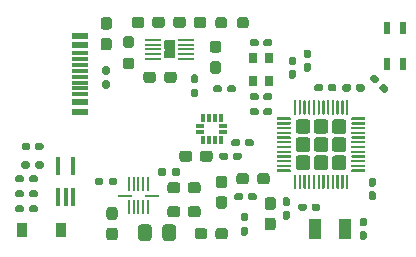
<source format=gbr>
%TF.GenerationSoftware,KiCad,Pcbnew,(5.1.9)-1*%
%TF.CreationDate,2021-05-29T14:53:35+02:00*%
%TF.ProjectId,Speed_sensor,53706565-645f-4736-956e-736f722e6b69,1.0*%
%TF.SameCoordinates,Original*%
%TF.FileFunction,Paste,Top*%
%TF.FilePolarity,Positive*%
%FSLAX46Y46*%
G04 Gerber Fmt 4.6, Leading zero omitted, Abs format (unit mm)*
G04 Created by KiCad (PCBNEW (5.1.9)-1) date 2021-05-29 14:53:35*
%MOMM*%
%LPD*%
G01*
G04 APERTURE LIST*
%ADD10C,0.152400*%
%ADD11R,0.400000X1.500000*%
%ADD12R,1.000000X1.800000*%
%ADD13R,0.900000X1.200000*%
%ADD14R,1.400000X0.230000*%
%ADD15R,0.914400X1.498600*%
%ADD16R,0.750000X0.350000*%
%ADD17R,0.350000X0.750000*%
%ADD18R,0.800000X0.900000*%
%ADD19R,1.460000X0.300000*%
%ADD20R,1.460000X0.600000*%
%ADD21R,0.600000X1.000000*%
%ADD22R,0.203200X1.263600*%
%ADD23R,1.263600X0.203200*%
G04 APERTURE END LIST*
D10*
%TO.C,U1*%
X47293530Y-38924230D02*
X47293530Y-39498600D01*
X47293530Y-39498600D02*
X47434379Y-39498600D01*
X47434379Y-39498600D02*
X47434379Y-39498600D01*
X47434379Y-39498600D02*
X47575800Y-39357179D01*
X47575800Y-39357179D02*
X47575800Y-39357179D01*
X47575800Y-39357179D02*
X47575800Y-38924230D01*
X47575800Y-38924230D02*
X47293530Y-38924230D01*
X47293530Y-39698600D02*
X47293530Y-40272970D01*
X47293530Y-40272970D02*
X47575800Y-40272970D01*
X47575800Y-40272970D02*
X47575800Y-39840021D01*
X47575800Y-39840021D02*
X47575800Y-39840021D01*
X47575800Y-39840021D02*
X47434379Y-39698600D01*
X47434379Y-39698600D02*
X47434379Y-39698600D01*
X47434379Y-39698600D02*
X47293530Y-39698600D01*
X47775800Y-38924230D02*
X47775800Y-39357179D01*
X47775800Y-39357179D02*
X47775800Y-39357179D01*
X47775800Y-39357179D02*
X47917221Y-39498600D01*
X47917221Y-39498600D02*
X47917221Y-39498600D01*
X47917221Y-39498600D02*
X48058070Y-39498600D01*
X48058070Y-39498600D02*
X48058070Y-38924230D01*
X48058070Y-38924230D02*
X47775800Y-38924230D01*
X47917221Y-39698600D02*
X47917221Y-39698600D01*
X47917221Y-39698600D02*
X47775800Y-39840021D01*
X47775800Y-39840021D02*
X47775800Y-39840021D01*
X47775800Y-39840021D02*
X47775800Y-40272970D01*
X47775800Y-40272970D02*
X48058070Y-40272970D01*
X48058070Y-40272970D02*
X48058070Y-39698600D01*
X48058070Y-39698600D02*
X47917221Y-39698600D01*
%TD*%
%TO.C,R2*%
G36*
G01*
X43958500Y-40303000D02*
X44433500Y-40303000D01*
G75*
G02*
X44671000Y-40540500I0J-237500D01*
G01*
X44671000Y-41040500D01*
G75*
G02*
X44433500Y-41278000I-237500J0D01*
G01*
X43958500Y-41278000D01*
G75*
G02*
X43721000Y-41040500I0J237500D01*
G01*
X43721000Y-40540500D01*
G75*
G02*
X43958500Y-40303000I237500J0D01*
G01*
G37*
G36*
G01*
X43958500Y-38478000D02*
X44433500Y-38478000D01*
G75*
G02*
X44671000Y-38715500I0J-237500D01*
G01*
X44671000Y-39215500D01*
G75*
G02*
X44433500Y-39453000I-237500J0D01*
G01*
X43958500Y-39453000D01*
G75*
G02*
X43721000Y-39215500I0J237500D01*
G01*
X43721000Y-38715500D01*
G75*
G02*
X43958500Y-38478000I237500J0D01*
G01*
G37*
%TD*%
%TO.C,C22*%
G36*
G01*
X66175747Y-43051544D02*
X65956544Y-43270747D01*
G75*
G02*
X65737340Y-43270747I-109602J109602D01*
G01*
X65436819Y-42970226D01*
G75*
G02*
X65436819Y-42751022I109602J109602D01*
G01*
X65656022Y-42531819D01*
G75*
G02*
X65875226Y-42531819I109602J-109602D01*
G01*
X66175747Y-42832340D01*
G75*
G02*
X66175747Y-43051544I-109602J-109602D01*
G01*
G37*
G36*
G01*
X65373181Y-42248978D02*
X65153978Y-42468181D01*
G75*
G02*
X64934774Y-42468181I-109602J109602D01*
G01*
X64634253Y-42167660D01*
G75*
G02*
X64634253Y-41948456I109602J109602D01*
G01*
X64853456Y-41729253D01*
G75*
G02*
X65072660Y-41729253I109602J-109602D01*
G01*
X65373181Y-42029774D01*
G75*
G02*
X65373181Y-42248978I-109602J-109602D01*
G01*
G37*
%TD*%
D11*
%TO.C,U6*%
X38212000Y-49470000D03*
X39512000Y-49470000D03*
X39512000Y-52130000D03*
X38862000Y-52130000D03*
X38212000Y-52130000D03*
%TD*%
D12*
%TO.C,Y1*%
X62526000Y-54785000D03*
X60026000Y-54785000D03*
%TD*%
%TO.C,C1*%
G36*
G01*
X46198500Y-37550100D02*
X46198500Y-37075100D01*
G75*
G02*
X46436000Y-36837600I237500J0D01*
G01*
X47036000Y-36837600D01*
G75*
G02*
X47273500Y-37075100I0J-237500D01*
G01*
X47273500Y-37550100D01*
G75*
G02*
X47036000Y-37787600I-237500J0D01*
G01*
X46436000Y-37787600D01*
G75*
G02*
X46198500Y-37550100I0J237500D01*
G01*
G37*
G36*
G01*
X44473500Y-37550100D02*
X44473500Y-37075100D01*
G75*
G02*
X44711000Y-36837600I237500J0D01*
G01*
X45311000Y-36837600D01*
G75*
G02*
X45548500Y-37075100I0J-237500D01*
G01*
X45548500Y-37550100D01*
G75*
G02*
X45311000Y-37787600I-237500J0D01*
G01*
X44711000Y-37787600D01*
G75*
G02*
X44473500Y-37550100I0J237500D01*
G01*
G37*
%TD*%
%TO.C,C2*%
G36*
G01*
X50776500Y-37075100D02*
X50776500Y-37550100D01*
G75*
G02*
X50539000Y-37787600I-237500J0D01*
G01*
X49939000Y-37787600D01*
G75*
G02*
X49701500Y-37550100I0J237500D01*
G01*
X49701500Y-37075100D01*
G75*
G02*
X49939000Y-36837600I237500J0D01*
G01*
X50539000Y-36837600D01*
G75*
G02*
X50776500Y-37075100I0J-237500D01*
G01*
G37*
G36*
G01*
X49051500Y-37075100D02*
X49051500Y-37550100D01*
G75*
G02*
X48814000Y-37787600I-237500J0D01*
G01*
X48214000Y-37787600D01*
G75*
G02*
X47976500Y-37550100I0J237500D01*
G01*
X47976500Y-37075100D01*
G75*
G02*
X48214000Y-36837600I237500J0D01*
G01*
X48814000Y-36837600D01*
G75*
G02*
X49051500Y-37075100I0J-237500D01*
G01*
G37*
%TD*%
%TO.C,C4*%
G36*
G01*
X43036500Y-55756000D02*
X42561500Y-55756000D01*
G75*
G02*
X42324000Y-55518500I0J237500D01*
G01*
X42324000Y-54918500D01*
G75*
G02*
X42561500Y-54681000I237500J0D01*
G01*
X43036500Y-54681000D01*
G75*
G02*
X43274000Y-54918500I0J-237500D01*
G01*
X43274000Y-55518500D01*
G75*
G02*
X43036500Y-55756000I-237500J0D01*
G01*
G37*
G36*
G01*
X43036500Y-54031000D02*
X42561500Y-54031000D01*
G75*
G02*
X42324000Y-53793500I0J237500D01*
G01*
X42324000Y-53193500D01*
G75*
G02*
X42561500Y-52956000I237500J0D01*
G01*
X43036500Y-52956000D01*
G75*
G02*
X43274000Y-53193500I0J-237500D01*
G01*
X43274000Y-53793500D01*
G75*
G02*
X43036500Y-54031000I-237500J0D01*
G01*
G37*
%TD*%
%TO.C,C6*%
G36*
G01*
X49220000Y-51545500D02*
X49220000Y-51070500D01*
G75*
G02*
X49457500Y-50833000I237500J0D01*
G01*
X50057500Y-50833000D01*
G75*
G02*
X50295000Y-51070500I0J-237500D01*
G01*
X50295000Y-51545500D01*
G75*
G02*
X50057500Y-51783000I-237500J0D01*
G01*
X49457500Y-51783000D01*
G75*
G02*
X49220000Y-51545500I0J237500D01*
G01*
G37*
G36*
G01*
X47495000Y-51545500D02*
X47495000Y-51070500D01*
G75*
G02*
X47732500Y-50833000I237500J0D01*
G01*
X48332500Y-50833000D01*
G75*
G02*
X48570000Y-51070500I0J-237500D01*
G01*
X48570000Y-51545500D01*
G75*
G02*
X48332500Y-51783000I-237500J0D01*
G01*
X47732500Y-51783000D01*
G75*
G02*
X47495000Y-51545500I0J237500D01*
G01*
G37*
%TD*%
%TO.C,C7*%
G36*
G01*
X49220000Y-53577500D02*
X49220000Y-53102500D01*
G75*
G02*
X49457500Y-52865000I237500J0D01*
G01*
X50057500Y-52865000D01*
G75*
G02*
X50295000Y-53102500I0J-237500D01*
G01*
X50295000Y-53577500D01*
G75*
G02*
X50057500Y-53815000I-237500J0D01*
G01*
X49457500Y-53815000D01*
G75*
G02*
X49220000Y-53577500I0J237500D01*
G01*
G37*
G36*
G01*
X47495000Y-53577500D02*
X47495000Y-53102500D01*
G75*
G02*
X47732500Y-52865000I237500J0D01*
G01*
X48332500Y-52865000D01*
G75*
G02*
X48570000Y-53102500I0J-237500D01*
G01*
X48570000Y-53577500D01*
G75*
G02*
X48332500Y-53815000I-237500J0D01*
G01*
X47732500Y-53815000D01*
G75*
G02*
X47495000Y-53577500I0J237500D01*
G01*
G37*
%TD*%
%TO.C,C8*%
G36*
G01*
X55958500Y-52115000D02*
X56433500Y-52115000D01*
G75*
G02*
X56671000Y-52352500I0J-237500D01*
G01*
X56671000Y-52952500D01*
G75*
G02*
X56433500Y-53190000I-237500J0D01*
G01*
X55958500Y-53190000D01*
G75*
G02*
X55721000Y-52952500I0J237500D01*
G01*
X55721000Y-52352500D01*
G75*
G02*
X55958500Y-52115000I237500J0D01*
G01*
G37*
G36*
G01*
X55958500Y-53840000D02*
X56433500Y-53840000D01*
G75*
G02*
X56671000Y-54077500I0J-237500D01*
G01*
X56671000Y-54677500D01*
G75*
G02*
X56433500Y-54915000I-237500J0D01*
G01*
X55958500Y-54915000D01*
G75*
G02*
X55721000Y-54677500I0J237500D01*
G01*
X55721000Y-54077500D01*
G75*
G02*
X55958500Y-53840000I237500J0D01*
G01*
G37*
%TD*%
%TO.C,C9*%
G36*
G01*
X64677000Y-51615500D02*
X64987000Y-51615500D01*
G75*
G02*
X65142000Y-51770500I0J-155000D01*
G01*
X65142000Y-52195500D01*
G75*
G02*
X64987000Y-52350500I-155000J0D01*
G01*
X64677000Y-52350500D01*
G75*
G02*
X64522000Y-52195500I0J155000D01*
G01*
X64522000Y-51770500D01*
G75*
G02*
X64677000Y-51615500I155000J0D01*
G01*
G37*
G36*
G01*
X64677000Y-50480500D02*
X64987000Y-50480500D01*
G75*
G02*
X65142000Y-50635500I0J-155000D01*
G01*
X65142000Y-51060500D01*
G75*
G02*
X64987000Y-51215500I-155000J0D01*
G01*
X64677000Y-51215500D01*
G75*
G02*
X64522000Y-51060500I0J155000D01*
G01*
X64522000Y-50635500D01*
G75*
G02*
X64677000Y-50480500I155000J0D01*
G01*
G37*
%TD*%
%TO.C,C10*%
G36*
G01*
X55204000Y-44716000D02*
X55204000Y-45026000D01*
G75*
G02*
X55049000Y-45181000I-155000J0D01*
G01*
X54624000Y-45181000D01*
G75*
G02*
X54469000Y-45026000I0J155000D01*
G01*
X54469000Y-44716000D01*
G75*
G02*
X54624000Y-44561000I155000J0D01*
G01*
X55049000Y-44561000D01*
G75*
G02*
X55204000Y-44716000I0J-155000D01*
G01*
G37*
G36*
G01*
X56339000Y-44716000D02*
X56339000Y-45026000D01*
G75*
G02*
X56184000Y-45181000I-155000J0D01*
G01*
X55759000Y-45181000D01*
G75*
G02*
X55604000Y-45026000I0J155000D01*
G01*
X55604000Y-44716000D01*
G75*
G02*
X55759000Y-44561000I155000J0D01*
G01*
X56184000Y-44561000D01*
G75*
G02*
X56339000Y-44716000I0J-155000D01*
G01*
G37*
%TD*%
%TO.C,C11*%
G36*
G01*
X58215000Y-40948000D02*
X57905000Y-40948000D01*
G75*
G02*
X57750000Y-40793000I0J155000D01*
G01*
X57750000Y-40368000D01*
G75*
G02*
X57905000Y-40213000I155000J0D01*
G01*
X58215000Y-40213000D01*
G75*
G02*
X58370000Y-40368000I0J-155000D01*
G01*
X58370000Y-40793000D01*
G75*
G02*
X58215000Y-40948000I-155000J0D01*
G01*
G37*
G36*
G01*
X58215000Y-42083000D02*
X57905000Y-42083000D01*
G75*
G02*
X57750000Y-41928000I0J155000D01*
G01*
X57750000Y-41503000D01*
G75*
G02*
X57905000Y-41348000I155000J0D01*
G01*
X58215000Y-41348000D01*
G75*
G02*
X58370000Y-41503000I0J-155000D01*
G01*
X58370000Y-41928000D01*
G75*
G02*
X58215000Y-42083000I-155000J0D01*
G01*
G37*
%TD*%
%TO.C,C12*%
G36*
G01*
X59485000Y-41480000D02*
X59175000Y-41480000D01*
G75*
G02*
X59020000Y-41325000I0J155000D01*
G01*
X59020000Y-40900000D01*
G75*
G02*
X59175000Y-40745000I155000J0D01*
G01*
X59485000Y-40745000D01*
G75*
G02*
X59640000Y-40900000I0J-155000D01*
G01*
X59640000Y-41325000D01*
G75*
G02*
X59485000Y-41480000I-155000J0D01*
G01*
G37*
G36*
G01*
X59485000Y-40345000D02*
X59175000Y-40345000D01*
G75*
G02*
X59020000Y-40190000I0J155000D01*
G01*
X59020000Y-39765000D01*
G75*
G02*
X59175000Y-39610000I155000J0D01*
G01*
X59485000Y-39610000D01*
G75*
G02*
X59640000Y-39765000I0J-155000D01*
G01*
X59640000Y-40190000D01*
G75*
G02*
X59485000Y-40345000I-155000J0D01*
G01*
G37*
%TD*%
%TO.C,C13*%
G36*
G01*
X57395000Y-52131000D02*
X57705000Y-52131000D01*
G75*
G02*
X57860000Y-52286000I0J-155000D01*
G01*
X57860000Y-52711000D01*
G75*
G02*
X57705000Y-52866000I-155000J0D01*
G01*
X57395000Y-52866000D01*
G75*
G02*
X57240000Y-52711000I0J155000D01*
G01*
X57240000Y-52286000D01*
G75*
G02*
X57395000Y-52131000I155000J0D01*
G01*
G37*
G36*
G01*
X57395000Y-53266000D02*
X57705000Y-53266000D01*
G75*
G02*
X57860000Y-53421000I0J-155000D01*
G01*
X57860000Y-53846000D01*
G75*
G02*
X57705000Y-54001000I-155000J0D01*
G01*
X57395000Y-54001000D01*
G75*
G02*
X57240000Y-53846000I0J155000D01*
G01*
X57240000Y-53421000D01*
G75*
G02*
X57395000Y-53266000I155000J0D01*
G01*
G37*
%TD*%
%TO.C,C14*%
G36*
G01*
X51832500Y-52014000D02*
X52307500Y-52014000D01*
G75*
G02*
X52545000Y-52251500I0J-237500D01*
G01*
X52545000Y-52851500D01*
G75*
G02*
X52307500Y-53089000I-237500J0D01*
G01*
X51832500Y-53089000D01*
G75*
G02*
X51595000Y-52851500I0J237500D01*
G01*
X51595000Y-52251500D01*
G75*
G02*
X51832500Y-52014000I237500J0D01*
G01*
G37*
G36*
G01*
X51832500Y-50289000D02*
X52307500Y-50289000D01*
G75*
G02*
X52545000Y-50526500I0J-237500D01*
G01*
X52545000Y-51126500D01*
G75*
G02*
X52307500Y-51364000I-237500J0D01*
G01*
X51832500Y-51364000D01*
G75*
G02*
X51595000Y-51126500I0J237500D01*
G01*
X51595000Y-50526500D01*
G75*
G02*
X51832500Y-50289000I237500J0D01*
G01*
G37*
%TD*%
%TO.C,C15*%
G36*
G01*
X60433000Y-52804000D02*
X60433000Y-53114000D01*
G75*
G02*
X60278000Y-53269000I-155000J0D01*
G01*
X59853000Y-53269000D01*
G75*
G02*
X59698000Y-53114000I0J155000D01*
G01*
X59698000Y-52804000D01*
G75*
G02*
X59853000Y-52649000I155000J0D01*
G01*
X60278000Y-52649000D01*
G75*
G02*
X60433000Y-52804000I0J-155000D01*
G01*
G37*
G36*
G01*
X59298000Y-52804000D02*
X59298000Y-53114000D01*
G75*
G02*
X59143000Y-53269000I-155000J0D01*
G01*
X58718000Y-53269000D01*
G75*
G02*
X58563000Y-53114000I0J155000D01*
G01*
X58563000Y-52804000D01*
G75*
G02*
X58718000Y-52649000I155000J0D01*
G01*
X59143000Y-52649000D01*
G75*
G02*
X59298000Y-52804000I0J-155000D01*
G01*
G37*
%TD*%
%TO.C,C16*%
G36*
G01*
X63915000Y-53850000D02*
X64225000Y-53850000D01*
G75*
G02*
X64380000Y-54005000I0J-155000D01*
G01*
X64380000Y-54430000D01*
G75*
G02*
X64225000Y-54585000I-155000J0D01*
G01*
X63915000Y-54585000D01*
G75*
G02*
X63760000Y-54430000I0J155000D01*
G01*
X63760000Y-54005000D01*
G75*
G02*
X63915000Y-53850000I155000J0D01*
G01*
G37*
G36*
G01*
X63915000Y-54985000D02*
X64225000Y-54985000D01*
G75*
G02*
X64380000Y-55140000I0J-155000D01*
G01*
X64380000Y-55565000D01*
G75*
G02*
X64225000Y-55720000I-155000J0D01*
G01*
X63915000Y-55720000D01*
G75*
G02*
X63760000Y-55565000I0J155000D01*
G01*
X63760000Y-55140000D01*
G75*
G02*
X63915000Y-54985000I155000J0D01*
G01*
G37*
%TD*%
%TO.C,C17*%
G36*
G01*
X61064000Y-43003000D02*
X61064000Y-42693000D01*
G75*
G02*
X61219000Y-42538000I155000J0D01*
G01*
X61644000Y-42538000D01*
G75*
G02*
X61799000Y-42693000I0J-155000D01*
G01*
X61799000Y-43003000D01*
G75*
G02*
X61644000Y-43158000I-155000J0D01*
G01*
X61219000Y-43158000D01*
G75*
G02*
X61064000Y-43003000I0J155000D01*
G01*
G37*
G36*
G01*
X59929000Y-43003000D02*
X59929000Y-42693000D01*
G75*
G02*
X60084000Y-42538000I155000J0D01*
G01*
X60509000Y-42538000D01*
G75*
G02*
X60664000Y-42693000I0J-155000D01*
G01*
X60664000Y-43003000D01*
G75*
G02*
X60509000Y-43158000I-155000J0D01*
G01*
X60084000Y-43158000D01*
G75*
G02*
X59929000Y-43003000I0J155000D01*
G01*
G37*
%TD*%
%TO.C,C18*%
G36*
G01*
X54469000Y-39184000D02*
X54469000Y-38874000D01*
G75*
G02*
X54624000Y-38719000I155000J0D01*
G01*
X55049000Y-38719000D01*
G75*
G02*
X55204000Y-38874000I0J-155000D01*
G01*
X55204000Y-39184000D01*
G75*
G02*
X55049000Y-39339000I-155000J0D01*
G01*
X54624000Y-39339000D01*
G75*
G02*
X54469000Y-39184000I0J155000D01*
G01*
G37*
G36*
G01*
X55604000Y-39184000D02*
X55604000Y-38874000D01*
G75*
G02*
X55759000Y-38719000I155000J0D01*
G01*
X56184000Y-38719000D01*
G75*
G02*
X56339000Y-38874000I0J-155000D01*
G01*
X56339000Y-39184000D01*
G75*
G02*
X56184000Y-39339000I-155000J0D01*
G01*
X55759000Y-39339000D01*
G75*
G02*
X55604000Y-39184000I0J155000D01*
G01*
G37*
%TD*%
%TO.C,C19*%
G36*
G01*
X55204000Y-43446000D02*
X55204000Y-43756000D01*
G75*
G02*
X55049000Y-43911000I-155000J0D01*
G01*
X54624000Y-43911000D01*
G75*
G02*
X54469000Y-43756000I0J155000D01*
G01*
X54469000Y-43446000D01*
G75*
G02*
X54624000Y-43291000I155000J0D01*
G01*
X55049000Y-43291000D01*
G75*
G02*
X55204000Y-43446000I0J-155000D01*
G01*
G37*
G36*
G01*
X56339000Y-43446000D02*
X56339000Y-43756000D01*
G75*
G02*
X56184000Y-43911000I-155000J0D01*
G01*
X55759000Y-43911000D01*
G75*
G02*
X55604000Y-43756000I0J155000D01*
G01*
X55604000Y-43446000D01*
G75*
G02*
X55759000Y-43291000I155000J0D01*
G01*
X56184000Y-43291000D01*
G75*
G02*
X56339000Y-43446000I0J-155000D01*
G01*
G37*
%TD*%
%TO.C,C20*%
G36*
G01*
X51897000Y-48796000D02*
X51897000Y-48486000D01*
G75*
G02*
X52052000Y-48331000I155000J0D01*
G01*
X52477000Y-48331000D01*
G75*
G02*
X52632000Y-48486000I0J-155000D01*
G01*
X52632000Y-48796000D01*
G75*
G02*
X52477000Y-48951000I-155000J0D01*
G01*
X52052000Y-48951000D01*
G75*
G02*
X51897000Y-48796000I0J155000D01*
G01*
G37*
G36*
G01*
X53032000Y-48796000D02*
X53032000Y-48486000D01*
G75*
G02*
X53187000Y-48331000I155000J0D01*
G01*
X53612000Y-48331000D01*
G75*
G02*
X53767000Y-48486000I0J-155000D01*
G01*
X53767000Y-48796000D01*
G75*
G02*
X53612000Y-48951000I-155000J0D01*
G01*
X53187000Y-48951000D01*
G75*
G02*
X53032000Y-48796000I0J155000D01*
G01*
G37*
%TD*%
%TO.C,C21*%
G36*
G01*
X51311000Y-48403500D02*
X51311000Y-48878500D01*
G75*
G02*
X51073500Y-49116000I-237500J0D01*
G01*
X50473500Y-49116000D01*
G75*
G02*
X50236000Y-48878500I0J237500D01*
G01*
X50236000Y-48403500D01*
G75*
G02*
X50473500Y-48166000I237500J0D01*
G01*
X51073500Y-48166000D01*
G75*
G02*
X51311000Y-48403500I0J-237500D01*
G01*
G37*
G36*
G01*
X49586000Y-48403500D02*
X49586000Y-48878500D01*
G75*
G02*
X49348500Y-49116000I-237500J0D01*
G01*
X48748500Y-49116000D01*
G75*
G02*
X48511000Y-48878500I0J237500D01*
G01*
X48511000Y-48403500D01*
G75*
G02*
X48748500Y-48166000I237500J0D01*
G01*
X49348500Y-48166000D01*
G75*
G02*
X49586000Y-48403500I0J-237500D01*
G01*
G37*
%TD*%
%TO.C,D1*%
G36*
G01*
X42545500Y-39674000D02*
X42070500Y-39674000D01*
G75*
G02*
X41833000Y-39436500I0J237500D01*
G01*
X41833000Y-38861500D01*
G75*
G02*
X42070500Y-38624000I237500J0D01*
G01*
X42545500Y-38624000D01*
G75*
G02*
X42783000Y-38861500I0J-237500D01*
G01*
X42783000Y-39436500D01*
G75*
G02*
X42545500Y-39674000I-237500J0D01*
G01*
G37*
G36*
G01*
X42545500Y-37924000D02*
X42070500Y-37924000D01*
G75*
G02*
X41833000Y-37686500I0J237500D01*
G01*
X41833000Y-37111500D01*
G75*
G02*
X42070500Y-36874000I237500J0D01*
G01*
X42545500Y-36874000D01*
G75*
G02*
X42783000Y-37111500I0J-237500D01*
G01*
X42783000Y-37686500D01*
G75*
G02*
X42545500Y-37924000I-237500J0D01*
G01*
G37*
%TD*%
%TO.C,D2*%
G36*
G01*
X45463000Y-42198300D02*
X45463000Y-41723300D01*
G75*
G02*
X45700500Y-41485800I237500J0D01*
G01*
X46275500Y-41485800D01*
G75*
G02*
X46513000Y-41723300I0J-237500D01*
G01*
X46513000Y-42198300D01*
G75*
G02*
X46275500Y-42435800I-237500J0D01*
G01*
X45700500Y-42435800D01*
G75*
G02*
X45463000Y-42198300I0J237500D01*
G01*
G37*
G36*
G01*
X47213000Y-42198300D02*
X47213000Y-41723300D01*
G75*
G02*
X47450500Y-41485800I237500J0D01*
G01*
X48025500Y-41485800D01*
G75*
G02*
X48263000Y-41723300I0J-237500D01*
G01*
X48263000Y-42198300D01*
G75*
G02*
X48025500Y-42435800I-237500J0D01*
G01*
X47450500Y-42435800D01*
G75*
G02*
X47213000Y-42198300I0J237500D01*
G01*
G37*
%TD*%
%TO.C,D3*%
G36*
G01*
X51324500Y-40597600D02*
X51799500Y-40597600D01*
G75*
G02*
X52037000Y-40835100I0J-237500D01*
G01*
X52037000Y-41410100D01*
G75*
G02*
X51799500Y-41647600I-237500J0D01*
G01*
X51324500Y-41647600D01*
G75*
G02*
X51087000Y-41410100I0J237500D01*
G01*
X51087000Y-40835100D01*
G75*
G02*
X51324500Y-40597600I237500J0D01*
G01*
G37*
G36*
G01*
X51324500Y-38847600D02*
X51799500Y-38847600D01*
G75*
G02*
X52037000Y-39085100I0J-237500D01*
G01*
X52037000Y-39660100D01*
G75*
G02*
X51799500Y-39897600I-237500J0D01*
G01*
X51324500Y-39897600D01*
G75*
G02*
X51087000Y-39660100I0J237500D01*
G01*
X51087000Y-39085100D01*
G75*
G02*
X51324500Y-38847600I237500J0D01*
G01*
G37*
%TD*%
D13*
%TO.C,D4*%
X38480000Y-54864000D03*
X35180000Y-54864000D03*
%TD*%
%TO.C,D5*%
G36*
G01*
X50850000Y-54962500D02*
X50850000Y-55437500D01*
G75*
G02*
X50612500Y-55675000I-237500J0D01*
G01*
X50037500Y-55675000D01*
G75*
G02*
X49800000Y-55437500I0J237500D01*
G01*
X49800000Y-54962500D01*
G75*
G02*
X50037500Y-54725000I237500J0D01*
G01*
X50612500Y-54725000D01*
G75*
G02*
X50850000Y-54962500I0J-237500D01*
G01*
G37*
G36*
G01*
X52600000Y-54962500D02*
X52600000Y-55437500D01*
G75*
G02*
X52362500Y-55675000I-237500J0D01*
G01*
X51787500Y-55675000D01*
G75*
G02*
X51550000Y-55437500I0J237500D01*
G01*
X51550000Y-54962500D01*
G75*
G02*
X51787500Y-54725000I237500J0D01*
G01*
X52362500Y-54725000D01*
G75*
G02*
X52600000Y-54962500I0J-237500D01*
G01*
G37*
%TD*%
%TO.C,L2*%
G36*
G01*
X55057000Y-51910000D02*
X55057000Y-52230000D01*
G75*
G02*
X54897000Y-52390000I-160000J0D01*
G01*
X54452000Y-52390000D01*
G75*
G02*
X54292000Y-52230000I0J160000D01*
G01*
X54292000Y-51910000D01*
G75*
G02*
X54452000Y-51750000I160000J0D01*
G01*
X54897000Y-51750000D01*
G75*
G02*
X55057000Y-51910000I0J-160000D01*
G01*
G37*
G36*
G01*
X53912000Y-51910000D02*
X53912000Y-52230000D01*
G75*
G02*
X53752000Y-52390000I-160000J0D01*
G01*
X53307000Y-52390000D01*
G75*
G02*
X53147000Y-52230000I0J160000D01*
G01*
X53147000Y-51910000D01*
G75*
G02*
X53307000Y-51750000I160000J0D01*
G01*
X53752000Y-51750000D01*
G75*
G02*
X53912000Y-51910000I0J-160000D01*
G01*
G37*
%TD*%
%TO.C,L3*%
G36*
G01*
X56137000Y-50308500D02*
X56137000Y-50783500D01*
G75*
G02*
X55899500Y-51021000I-237500J0D01*
G01*
X55324500Y-51021000D01*
G75*
G02*
X55087000Y-50783500I0J237500D01*
G01*
X55087000Y-50308500D01*
G75*
G02*
X55324500Y-50071000I237500J0D01*
G01*
X55899500Y-50071000D01*
G75*
G02*
X56137000Y-50308500I0J-237500D01*
G01*
G37*
G36*
G01*
X54387000Y-50308500D02*
X54387000Y-50783500D01*
G75*
G02*
X54149500Y-51021000I-237500J0D01*
G01*
X53574500Y-51021000D01*
G75*
G02*
X53337000Y-50783500I0J237500D01*
G01*
X53337000Y-50308500D01*
G75*
G02*
X53574500Y-50071000I237500J0D01*
G01*
X54149500Y-50071000D01*
G75*
G02*
X54387000Y-50308500I0J-237500D01*
G01*
G37*
%TD*%
%TO.C,L4*%
G36*
G01*
X63056000Y-42688000D02*
X63056000Y-43008000D01*
G75*
G02*
X62896000Y-43168000I-160000J0D01*
G01*
X62451000Y-43168000D01*
G75*
G02*
X62291000Y-43008000I0J160000D01*
G01*
X62291000Y-42688000D01*
G75*
G02*
X62451000Y-42528000I160000J0D01*
G01*
X62896000Y-42528000D01*
G75*
G02*
X63056000Y-42688000I0J-160000D01*
G01*
G37*
G36*
G01*
X64201000Y-42688000D02*
X64201000Y-43008000D01*
G75*
G02*
X64041000Y-43168000I-160000J0D01*
G01*
X63596000Y-43168000D01*
G75*
G02*
X63436000Y-43008000I0J160000D01*
G01*
X63436000Y-42688000D01*
G75*
G02*
X63596000Y-42528000I160000J0D01*
G01*
X64041000Y-42528000D01*
G75*
G02*
X64201000Y-42688000I0J-160000D01*
G01*
G37*
%TD*%
%TO.C,R3*%
G36*
G01*
X54357100Y-37100500D02*
X54357100Y-37575500D01*
G75*
G02*
X54119600Y-37813000I-237500J0D01*
G01*
X53619600Y-37813000D01*
G75*
G02*
X53382100Y-37575500I0J237500D01*
G01*
X53382100Y-37100500D01*
G75*
G02*
X53619600Y-36863000I237500J0D01*
G01*
X54119600Y-36863000D01*
G75*
G02*
X54357100Y-37100500I0J-237500D01*
G01*
G37*
G36*
G01*
X52532100Y-37100500D02*
X52532100Y-37575500D01*
G75*
G02*
X52294600Y-37813000I-237500J0D01*
G01*
X51794600Y-37813000D01*
G75*
G02*
X51557100Y-37575500I0J237500D01*
G01*
X51557100Y-37100500D01*
G75*
G02*
X51794600Y-36863000I237500J0D01*
G01*
X52294600Y-36863000D01*
G75*
G02*
X52532100Y-37100500I0J-237500D01*
G01*
G37*
%TD*%
%TO.C,R6*%
G36*
G01*
X34605000Y-53246000D02*
X34605000Y-52926000D01*
G75*
G02*
X34765000Y-52766000I160000J0D01*
G01*
X35160000Y-52766000D01*
G75*
G02*
X35320000Y-52926000I0J-160000D01*
G01*
X35320000Y-53246000D01*
G75*
G02*
X35160000Y-53406000I-160000J0D01*
G01*
X34765000Y-53406000D01*
G75*
G02*
X34605000Y-53246000I0J160000D01*
G01*
G37*
G36*
G01*
X35800000Y-53246000D02*
X35800000Y-52926000D01*
G75*
G02*
X35960000Y-52766000I160000J0D01*
G01*
X36355000Y-52766000D01*
G75*
G02*
X36515000Y-52926000I0J-160000D01*
G01*
X36515000Y-53246000D01*
G75*
G02*
X36355000Y-53406000I-160000J0D01*
G01*
X35960000Y-53406000D01*
G75*
G02*
X35800000Y-53246000I0J160000D01*
G01*
G37*
%TD*%
%TO.C,R7*%
G36*
G01*
X35800000Y-51976000D02*
X35800000Y-51656000D01*
G75*
G02*
X35960000Y-51496000I160000J0D01*
G01*
X36355000Y-51496000D01*
G75*
G02*
X36515000Y-51656000I0J-160000D01*
G01*
X36515000Y-51976000D01*
G75*
G02*
X36355000Y-52136000I-160000J0D01*
G01*
X35960000Y-52136000D01*
G75*
G02*
X35800000Y-51976000I0J160000D01*
G01*
G37*
G36*
G01*
X34605000Y-51976000D02*
X34605000Y-51656000D01*
G75*
G02*
X34765000Y-51496000I160000J0D01*
G01*
X35160000Y-51496000D01*
G75*
G02*
X35320000Y-51656000I0J-160000D01*
G01*
X35320000Y-51976000D01*
G75*
G02*
X35160000Y-52136000I-160000J0D01*
G01*
X34765000Y-52136000D01*
G75*
G02*
X34605000Y-51976000I0J160000D01*
G01*
G37*
%TD*%
%TO.C,R8*%
G36*
G01*
X36515000Y-50386000D02*
X36515000Y-50706000D01*
G75*
G02*
X36355000Y-50866000I-160000J0D01*
G01*
X35960000Y-50866000D01*
G75*
G02*
X35800000Y-50706000I0J160000D01*
G01*
X35800000Y-50386000D01*
G75*
G02*
X35960000Y-50226000I160000J0D01*
G01*
X36355000Y-50226000D01*
G75*
G02*
X36515000Y-50386000I0J-160000D01*
G01*
G37*
G36*
G01*
X35320000Y-50386000D02*
X35320000Y-50706000D01*
G75*
G02*
X35160000Y-50866000I-160000J0D01*
G01*
X34765000Y-50866000D01*
G75*
G02*
X34605000Y-50706000I0J160000D01*
G01*
X34605000Y-50386000D01*
G75*
G02*
X34765000Y-50226000I160000J0D01*
G01*
X35160000Y-50226000D01*
G75*
G02*
X35320000Y-50386000I0J-160000D01*
G01*
G37*
%TD*%
%TO.C,R9*%
G36*
G01*
X37023000Y-49243000D02*
X37023000Y-49563000D01*
G75*
G02*
X36863000Y-49723000I-160000J0D01*
G01*
X36468000Y-49723000D01*
G75*
G02*
X36308000Y-49563000I0J160000D01*
G01*
X36308000Y-49243000D01*
G75*
G02*
X36468000Y-49083000I160000J0D01*
G01*
X36863000Y-49083000D01*
G75*
G02*
X37023000Y-49243000I0J-160000D01*
G01*
G37*
G36*
G01*
X35828000Y-49243000D02*
X35828000Y-49563000D01*
G75*
G02*
X35668000Y-49723000I-160000J0D01*
G01*
X35273000Y-49723000D01*
G75*
G02*
X35113000Y-49563000I0J160000D01*
G01*
X35113000Y-49243000D01*
G75*
G02*
X35273000Y-49083000I160000J0D01*
G01*
X35668000Y-49083000D01*
G75*
G02*
X35828000Y-49243000I0J-160000D01*
G01*
G37*
%TD*%
%TO.C,R10*%
G36*
G01*
X42051000Y-50640000D02*
X42051000Y-50960000D01*
G75*
G02*
X41891000Y-51120000I-160000J0D01*
G01*
X41496000Y-51120000D01*
G75*
G02*
X41336000Y-50960000I0J160000D01*
G01*
X41336000Y-50640000D01*
G75*
G02*
X41496000Y-50480000I160000J0D01*
G01*
X41891000Y-50480000D01*
G75*
G02*
X42051000Y-50640000I0J-160000D01*
G01*
G37*
G36*
G01*
X43246000Y-50640000D02*
X43246000Y-50960000D01*
G75*
G02*
X43086000Y-51120000I-160000J0D01*
G01*
X42691000Y-51120000D01*
G75*
G02*
X42531000Y-50960000I0J160000D01*
G01*
X42531000Y-50640000D01*
G75*
G02*
X42691000Y-50480000I160000J0D01*
G01*
X43086000Y-50480000D01*
G75*
G02*
X43246000Y-50640000I0J-160000D01*
G01*
G37*
%TD*%
%TO.C,R12*%
G36*
G01*
X47865000Y-50134500D02*
X47865000Y-49814500D01*
G75*
G02*
X48025000Y-49654500I160000J0D01*
G01*
X48420000Y-49654500D01*
G75*
G02*
X48580000Y-49814500I0J-160000D01*
G01*
X48580000Y-50134500D01*
G75*
G02*
X48420000Y-50294500I-160000J0D01*
G01*
X48025000Y-50294500D01*
G75*
G02*
X47865000Y-50134500I0J160000D01*
G01*
G37*
G36*
G01*
X46670000Y-50134500D02*
X46670000Y-49814500D01*
G75*
G02*
X46830000Y-49654500I160000J0D01*
G01*
X47225000Y-49654500D01*
G75*
G02*
X47385000Y-49814500I0J-160000D01*
G01*
X47385000Y-50134500D01*
G75*
G02*
X47225000Y-50294500I-160000J0D01*
G01*
X46830000Y-50294500D01*
G75*
G02*
X46670000Y-50134500I0J160000D01*
G01*
G37*
%TD*%
D14*
%TO.C,U1*%
X46275800Y-38798599D03*
X46275800Y-39198601D03*
X46275800Y-39598600D03*
X46275800Y-39998599D03*
X46275800Y-40398601D03*
X49075800Y-40398601D03*
X49075800Y-39998599D03*
X49075800Y-39598600D03*
X49075800Y-39198601D03*
X49075800Y-38798599D03*
D15*
X47675800Y-39598600D03*
%TD*%
%TO.C,U4*%
G36*
G01*
X58351300Y-51412840D02*
X58251300Y-51412840D01*
G75*
G02*
X58201300Y-51362840I0J50000D01*
G01*
X58201300Y-50262840D01*
G75*
G02*
X58251300Y-50212840I50000J0D01*
G01*
X58351300Y-50212840D01*
G75*
G02*
X58401300Y-50262840I0J-50000D01*
G01*
X58401300Y-51362840D01*
G75*
G02*
X58351300Y-51412840I-50000J0D01*
G01*
G37*
G36*
G01*
X58751300Y-51412840D02*
X58651300Y-51412840D01*
G75*
G02*
X58601300Y-51362840I0J50000D01*
G01*
X58601300Y-50262840D01*
G75*
G02*
X58651300Y-50212840I50000J0D01*
G01*
X58751300Y-50212840D01*
G75*
G02*
X58801300Y-50262840I0J-50000D01*
G01*
X58801300Y-51362840D01*
G75*
G02*
X58751300Y-51412840I-50000J0D01*
G01*
G37*
G36*
G01*
X59151300Y-51412840D02*
X59051300Y-51412840D01*
G75*
G02*
X59001300Y-51362840I0J50000D01*
G01*
X59001300Y-50262840D01*
G75*
G02*
X59051300Y-50212840I50000J0D01*
G01*
X59151300Y-50212840D01*
G75*
G02*
X59201300Y-50262840I0J-50000D01*
G01*
X59201300Y-51362840D01*
G75*
G02*
X59151300Y-51412840I-50000J0D01*
G01*
G37*
G36*
G01*
X59551300Y-51412840D02*
X59451300Y-51412840D01*
G75*
G02*
X59401300Y-51362840I0J50000D01*
G01*
X59401300Y-50262840D01*
G75*
G02*
X59451300Y-50212840I50000J0D01*
G01*
X59551300Y-50212840D01*
G75*
G02*
X59601300Y-50262840I0J-50000D01*
G01*
X59601300Y-51362840D01*
G75*
G02*
X59551300Y-51412840I-50000J0D01*
G01*
G37*
G36*
G01*
X59951300Y-51412840D02*
X59851300Y-51412840D01*
G75*
G02*
X59801300Y-51362840I0J50000D01*
G01*
X59801300Y-50262840D01*
G75*
G02*
X59851300Y-50212840I50000J0D01*
G01*
X59951300Y-50212840D01*
G75*
G02*
X60001300Y-50262840I0J-50000D01*
G01*
X60001300Y-51362840D01*
G75*
G02*
X59951300Y-51412840I-50000J0D01*
G01*
G37*
G36*
G01*
X60351300Y-51412840D02*
X60251300Y-51412840D01*
G75*
G02*
X60201300Y-51362840I0J50000D01*
G01*
X60201300Y-50262840D01*
G75*
G02*
X60251300Y-50212840I50000J0D01*
G01*
X60351300Y-50212840D01*
G75*
G02*
X60401300Y-50262840I0J-50000D01*
G01*
X60401300Y-51362840D01*
G75*
G02*
X60351300Y-51412840I-50000J0D01*
G01*
G37*
G36*
G01*
X60751300Y-51412840D02*
X60651300Y-51412840D01*
G75*
G02*
X60601300Y-51362840I0J50000D01*
G01*
X60601300Y-50262840D01*
G75*
G02*
X60651300Y-50212840I50000J0D01*
G01*
X60751300Y-50212840D01*
G75*
G02*
X60801300Y-50262840I0J-50000D01*
G01*
X60801300Y-51362840D01*
G75*
G02*
X60751300Y-51412840I-50000J0D01*
G01*
G37*
G36*
G01*
X61151300Y-51412840D02*
X61051300Y-51412840D01*
G75*
G02*
X61001300Y-51362840I0J50000D01*
G01*
X61001300Y-50262840D01*
G75*
G02*
X61051300Y-50212840I50000J0D01*
G01*
X61151300Y-50212840D01*
G75*
G02*
X61201300Y-50262840I0J-50000D01*
G01*
X61201300Y-51362840D01*
G75*
G02*
X61151300Y-51412840I-50000J0D01*
G01*
G37*
G36*
G01*
X61551300Y-51412840D02*
X61451300Y-51412840D01*
G75*
G02*
X61401300Y-51362840I0J50000D01*
G01*
X61401300Y-50262840D01*
G75*
G02*
X61451300Y-50212840I50000J0D01*
G01*
X61551300Y-50212840D01*
G75*
G02*
X61601300Y-50262840I0J-50000D01*
G01*
X61601300Y-51362840D01*
G75*
G02*
X61551300Y-51412840I-50000J0D01*
G01*
G37*
G36*
G01*
X61951300Y-51412840D02*
X61851300Y-51412840D01*
G75*
G02*
X61801300Y-51362840I0J50000D01*
G01*
X61801300Y-50262840D01*
G75*
G02*
X61851300Y-50212840I50000J0D01*
G01*
X61951300Y-50212840D01*
G75*
G02*
X62001300Y-50262840I0J-50000D01*
G01*
X62001300Y-51362840D01*
G75*
G02*
X61951300Y-51412840I-50000J0D01*
G01*
G37*
G36*
G01*
X62351300Y-51412840D02*
X62251300Y-51412840D01*
G75*
G02*
X62201300Y-51362840I0J50000D01*
G01*
X62201300Y-50262840D01*
G75*
G02*
X62251300Y-50212840I50000J0D01*
G01*
X62351300Y-50212840D01*
G75*
G02*
X62401300Y-50262840I0J-50000D01*
G01*
X62401300Y-51362840D01*
G75*
G02*
X62351300Y-51412840I-50000J0D01*
G01*
G37*
G36*
G01*
X62751300Y-51412840D02*
X62651300Y-51412840D01*
G75*
G02*
X62601300Y-51362840I0J50000D01*
G01*
X62601300Y-50262840D01*
G75*
G02*
X62651300Y-50212840I50000J0D01*
G01*
X62751300Y-50212840D01*
G75*
G02*
X62801300Y-50262840I0J-50000D01*
G01*
X62801300Y-51362840D01*
G75*
G02*
X62751300Y-51412840I-50000J0D01*
G01*
G37*
G36*
G01*
X64201300Y-49962840D02*
X63101300Y-49962840D01*
G75*
G02*
X63051300Y-49912840I0J50000D01*
G01*
X63051300Y-49812840D01*
G75*
G02*
X63101300Y-49762840I50000J0D01*
G01*
X64201300Y-49762840D01*
G75*
G02*
X64251300Y-49812840I0J-50000D01*
G01*
X64251300Y-49912840D01*
G75*
G02*
X64201300Y-49962840I-50000J0D01*
G01*
G37*
G36*
G01*
X64201300Y-49562840D02*
X63101300Y-49562840D01*
G75*
G02*
X63051300Y-49512840I0J50000D01*
G01*
X63051300Y-49412840D01*
G75*
G02*
X63101300Y-49362840I50000J0D01*
G01*
X64201300Y-49362840D01*
G75*
G02*
X64251300Y-49412840I0J-50000D01*
G01*
X64251300Y-49512840D01*
G75*
G02*
X64201300Y-49562840I-50000J0D01*
G01*
G37*
G36*
G01*
X64201300Y-49162840D02*
X63101300Y-49162840D01*
G75*
G02*
X63051300Y-49112840I0J50000D01*
G01*
X63051300Y-49012840D01*
G75*
G02*
X63101300Y-48962840I50000J0D01*
G01*
X64201300Y-48962840D01*
G75*
G02*
X64251300Y-49012840I0J-50000D01*
G01*
X64251300Y-49112840D01*
G75*
G02*
X64201300Y-49162840I-50000J0D01*
G01*
G37*
G36*
G01*
X64201300Y-48762840D02*
X63101300Y-48762840D01*
G75*
G02*
X63051300Y-48712840I0J50000D01*
G01*
X63051300Y-48612840D01*
G75*
G02*
X63101300Y-48562840I50000J0D01*
G01*
X64201300Y-48562840D01*
G75*
G02*
X64251300Y-48612840I0J-50000D01*
G01*
X64251300Y-48712840D01*
G75*
G02*
X64201300Y-48762840I-50000J0D01*
G01*
G37*
G36*
G01*
X64201300Y-48362840D02*
X63101300Y-48362840D01*
G75*
G02*
X63051300Y-48312840I0J50000D01*
G01*
X63051300Y-48212840D01*
G75*
G02*
X63101300Y-48162840I50000J0D01*
G01*
X64201300Y-48162840D01*
G75*
G02*
X64251300Y-48212840I0J-50000D01*
G01*
X64251300Y-48312840D01*
G75*
G02*
X64201300Y-48362840I-50000J0D01*
G01*
G37*
G36*
G01*
X64201300Y-47962840D02*
X63101300Y-47962840D01*
G75*
G02*
X63051300Y-47912840I0J50000D01*
G01*
X63051300Y-47812840D01*
G75*
G02*
X63101300Y-47762840I50000J0D01*
G01*
X64201300Y-47762840D01*
G75*
G02*
X64251300Y-47812840I0J-50000D01*
G01*
X64251300Y-47912840D01*
G75*
G02*
X64201300Y-47962840I-50000J0D01*
G01*
G37*
G36*
G01*
X64201300Y-47562840D02*
X63101300Y-47562840D01*
G75*
G02*
X63051300Y-47512840I0J50000D01*
G01*
X63051300Y-47412840D01*
G75*
G02*
X63101300Y-47362840I50000J0D01*
G01*
X64201300Y-47362840D01*
G75*
G02*
X64251300Y-47412840I0J-50000D01*
G01*
X64251300Y-47512840D01*
G75*
G02*
X64201300Y-47562840I-50000J0D01*
G01*
G37*
G36*
G01*
X64201300Y-47162840D02*
X63101300Y-47162840D01*
G75*
G02*
X63051300Y-47112840I0J50000D01*
G01*
X63051300Y-47012840D01*
G75*
G02*
X63101300Y-46962840I50000J0D01*
G01*
X64201300Y-46962840D01*
G75*
G02*
X64251300Y-47012840I0J-50000D01*
G01*
X64251300Y-47112840D01*
G75*
G02*
X64201300Y-47162840I-50000J0D01*
G01*
G37*
G36*
G01*
X64201300Y-46762840D02*
X63101300Y-46762840D01*
G75*
G02*
X63051300Y-46712840I0J50000D01*
G01*
X63051300Y-46612840D01*
G75*
G02*
X63101300Y-46562840I50000J0D01*
G01*
X64201300Y-46562840D01*
G75*
G02*
X64251300Y-46612840I0J-50000D01*
G01*
X64251300Y-46712840D01*
G75*
G02*
X64201300Y-46762840I-50000J0D01*
G01*
G37*
G36*
G01*
X64201300Y-46362840D02*
X63101300Y-46362840D01*
G75*
G02*
X63051300Y-46312840I0J50000D01*
G01*
X63051300Y-46212840D01*
G75*
G02*
X63101300Y-46162840I50000J0D01*
G01*
X64201300Y-46162840D01*
G75*
G02*
X64251300Y-46212840I0J-50000D01*
G01*
X64251300Y-46312840D01*
G75*
G02*
X64201300Y-46362840I-50000J0D01*
G01*
G37*
G36*
G01*
X64201300Y-45962840D02*
X63101300Y-45962840D01*
G75*
G02*
X63051300Y-45912840I0J50000D01*
G01*
X63051300Y-45812840D01*
G75*
G02*
X63101300Y-45762840I50000J0D01*
G01*
X64201300Y-45762840D01*
G75*
G02*
X64251300Y-45812840I0J-50000D01*
G01*
X64251300Y-45912840D01*
G75*
G02*
X64201300Y-45962840I-50000J0D01*
G01*
G37*
G36*
G01*
X64201300Y-45562840D02*
X63101300Y-45562840D01*
G75*
G02*
X63051300Y-45512840I0J50000D01*
G01*
X63051300Y-45412840D01*
G75*
G02*
X63101300Y-45362840I50000J0D01*
G01*
X64201300Y-45362840D01*
G75*
G02*
X64251300Y-45412840I0J-50000D01*
G01*
X64251300Y-45512840D01*
G75*
G02*
X64201300Y-45562840I-50000J0D01*
G01*
G37*
G36*
G01*
X62751300Y-45112840D02*
X62651300Y-45112840D01*
G75*
G02*
X62601300Y-45062840I0J50000D01*
G01*
X62601300Y-43962840D01*
G75*
G02*
X62651300Y-43912840I50000J0D01*
G01*
X62751300Y-43912840D01*
G75*
G02*
X62801300Y-43962840I0J-50000D01*
G01*
X62801300Y-45062840D01*
G75*
G02*
X62751300Y-45112840I-50000J0D01*
G01*
G37*
G36*
G01*
X62351300Y-45112840D02*
X62251300Y-45112840D01*
G75*
G02*
X62201300Y-45062840I0J50000D01*
G01*
X62201300Y-43962840D01*
G75*
G02*
X62251300Y-43912840I50000J0D01*
G01*
X62351300Y-43912840D01*
G75*
G02*
X62401300Y-43962840I0J-50000D01*
G01*
X62401300Y-45062840D01*
G75*
G02*
X62351300Y-45112840I-50000J0D01*
G01*
G37*
G36*
G01*
X61951300Y-45112840D02*
X61851300Y-45112840D01*
G75*
G02*
X61801300Y-45062840I0J50000D01*
G01*
X61801300Y-43962840D01*
G75*
G02*
X61851300Y-43912840I50000J0D01*
G01*
X61951300Y-43912840D01*
G75*
G02*
X62001300Y-43962840I0J-50000D01*
G01*
X62001300Y-45062840D01*
G75*
G02*
X61951300Y-45112840I-50000J0D01*
G01*
G37*
G36*
G01*
X61551300Y-45112840D02*
X61451300Y-45112840D01*
G75*
G02*
X61401300Y-45062840I0J50000D01*
G01*
X61401300Y-43962840D01*
G75*
G02*
X61451300Y-43912840I50000J0D01*
G01*
X61551300Y-43912840D01*
G75*
G02*
X61601300Y-43962840I0J-50000D01*
G01*
X61601300Y-45062840D01*
G75*
G02*
X61551300Y-45112840I-50000J0D01*
G01*
G37*
G36*
G01*
X61151300Y-45112840D02*
X61051300Y-45112840D01*
G75*
G02*
X61001300Y-45062840I0J50000D01*
G01*
X61001300Y-43962840D01*
G75*
G02*
X61051300Y-43912840I50000J0D01*
G01*
X61151300Y-43912840D01*
G75*
G02*
X61201300Y-43962840I0J-50000D01*
G01*
X61201300Y-45062840D01*
G75*
G02*
X61151300Y-45112840I-50000J0D01*
G01*
G37*
G36*
G01*
X60751300Y-45112840D02*
X60651300Y-45112840D01*
G75*
G02*
X60601300Y-45062840I0J50000D01*
G01*
X60601300Y-43962840D01*
G75*
G02*
X60651300Y-43912840I50000J0D01*
G01*
X60751300Y-43912840D01*
G75*
G02*
X60801300Y-43962840I0J-50000D01*
G01*
X60801300Y-45062840D01*
G75*
G02*
X60751300Y-45112840I-50000J0D01*
G01*
G37*
G36*
G01*
X60351300Y-45112840D02*
X60251300Y-45112840D01*
G75*
G02*
X60201300Y-45062840I0J50000D01*
G01*
X60201300Y-43962840D01*
G75*
G02*
X60251300Y-43912840I50000J0D01*
G01*
X60351300Y-43912840D01*
G75*
G02*
X60401300Y-43962840I0J-50000D01*
G01*
X60401300Y-45062840D01*
G75*
G02*
X60351300Y-45112840I-50000J0D01*
G01*
G37*
G36*
G01*
X59951300Y-45112840D02*
X59851300Y-45112840D01*
G75*
G02*
X59801300Y-45062840I0J50000D01*
G01*
X59801300Y-43962840D01*
G75*
G02*
X59851300Y-43912840I50000J0D01*
G01*
X59951300Y-43912840D01*
G75*
G02*
X60001300Y-43962840I0J-50000D01*
G01*
X60001300Y-45062840D01*
G75*
G02*
X59951300Y-45112840I-50000J0D01*
G01*
G37*
G36*
G01*
X59551300Y-45112840D02*
X59451300Y-45112840D01*
G75*
G02*
X59401300Y-45062840I0J50000D01*
G01*
X59401300Y-43962840D01*
G75*
G02*
X59451300Y-43912840I50000J0D01*
G01*
X59551300Y-43912840D01*
G75*
G02*
X59601300Y-43962840I0J-50000D01*
G01*
X59601300Y-45062840D01*
G75*
G02*
X59551300Y-45112840I-50000J0D01*
G01*
G37*
G36*
G01*
X59151300Y-45112840D02*
X59051300Y-45112840D01*
G75*
G02*
X59001300Y-45062840I0J50000D01*
G01*
X59001300Y-43962840D01*
G75*
G02*
X59051300Y-43912840I50000J0D01*
G01*
X59151300Y-43912840D01*
G75*
G02*
X59201300Y-43962840I0J-50000D01*
G01*
X59201300Y-45062840D01*
G75*
G02*
X59151300Y-45112840I-50000J0D01*
G01*
G37*
G36*
G01*
X58751300Y-45112840D02*
X58651300Y-45112840D01*
G75*
G02*
X58601300Y-45062840I0J50000D01*
G01*
X58601300Y-43962840D01*
G75*
G02*
X58651300Y-43912840I50000J0D01*
G01*
X58751300Y-43912840D01*
G75*
G02*
X58801300Y-43962840I0J-50000D01*
G01*
X58801300Y-45062840D01*
G75*
G02*
X58751300Y-45112840I-50000J0D01*
G01*
G37*
G36*
G01*
X58351300Y-45112840D02*
X58251300Y-45112840D01*
G75*
G02*
X58201300Y-45062840I0J50000D01*
G01*
X58201300Y-43962840D01*
G75*
G02*
X58251300Y-43912840I50000J0D01*
G01*
X58351300Y-43912840D01*
G75*
G02*
X58401300Y-43962840I0J-50000D01*
G01*
X58401300Y-45062840D01*
G75*
G02*
X58351300Y-45112840I-50000J0D01*
G01*
G37*
G36*
G01*
X57901300Y-45562840D02*
X56801300Y-45562840D01*
G75*
G02*
X56751300Y-45512840I0J50000D01*
G01*
X56751300Y-45412840D01*
G75*
G02*
X56801300Y-45362840I50000J0D01*
G01*
X57901300Y-45362840D01*
G75*
G02*
X57951300Y-45412840I0J-50000D01*
G01*
X57951300Y-45512840D01*
G75*
G02*
X57901300Y-45562840I-50000J0D01*
G01*
G37*
G36*
G01*
X57901300Y-45962840D02*
X56801300Y-45962840D01*
G75*
G02*
X56751300Y-45912840I0J50000D01*
G01*
X56751300Y-45812840D01*
G75*
G02*
X56801300Y-45762840I50000J0D01*
G01*
X57901300Y-45762840D01*
G75*
G02*
X57951300Y-45812840I0J-50000D01*
G01*
X57951300Y-45912840D01*
G75*
G02*
X57901300Y-45962840I-50000J0D01*
G01*
G37*
G36*
G01*
X57901300Y-46362840D02*
X56801300Y-46362840D01*
G75*
G02*
X56751300Y-46312840I0J50000D01*
G01*
X56751300Y-46212840D01*
G75*
G02*
X56801300Y-46162840I50000J0D01*
G01*
X57901300Y-46162840D01*
G75*
G02*
X57951300Y-46212840I0J-50000D01*
G01*
X57951300Y-46312840D01*
G75*
G02*
X57901300Y-46362840I-50000J0D01*
G01*
G37*
G36*
G01*
X57901300Y-46762840D02*
X56801300Y-46762840D01*
G75*
G02*
X56751300Y-46712840I0J50000D01*
G01*
X56751300Y-46612840D01*
G75*
G02*
X56801300Y-46562840I50000J0D01*
G01*
X57901300Y-46562840D01*
G75*
G02*
X57951300Y-46612840I0J-50000D01*
G01*
X57951300Y-46712840D01*
G75*
G02*
X57901300Y-46762840I-50000J0D01*
G01*
G37*
G36*
G01*
X57901300Y-47162840D02*
X56801300Y-47162840D01*
G75*
G02*
X56751300Y-47112840I0J50000D01*
G01*
X56751300Y-47012840D01*
G75*
G02*
X56801300Y-46962840I50000J0D01*
G01*
X57901300Y-46962840D01*
G75*
G02*
X57951300Y-47012840I0J-50000D01*
G01*
X57951300Y-47112840D01*
G75*
G02*
X57901300Y-47162840I-50000J0D01*
G01*
G37*
G36*
G01*
X57901300Y-47562840D02*
X56801300Y-47562840D01*
G75*
G02*
X56751300Y-47512840I0J50000D01*
G01*
X56751300Y-47412840D01*
G75*
G02*
X56801300Y-47362840I50000J0D01*
G01*
X57901300Y-47362840D01*
G75*
G02*
X57951300Y-47412840I0J-50000D01*
G01*
X57951300Y-47512840D01*
G75*
G02*
X57901300Y-47562840I-50000J0D01*
G01*
G37*
G36*
G01*
X57901300Y-47962840D02*
X56801300Y-47962840D01*
G75*
G02*
X56751300Y-47912840I0J50000D01*
G01*
X56751300Y-47812840D01*
G75*
G02*
X56801300Y-47762840I50000J0D01*
G01*
X57901300Y-47762840D01*
G75*
G02*
X57951300Y-47812840I0J-50000D01*
G01*
X57951300Y-47912840D01*
G75*
G02*
X57901300Y-47962840I-50000J0D01*
G01*
G37*
G36*
G01*
X57901300Y-48362840D02*
X56801300Y-48362840D01*
G75*
G02*
X56751300Y-48312840I0J50000D01*
G01*
X56751300Y-48212840D01*
G75*
G02*
X56801300Y-48162840I50000J0D01*
G01*
X57901300Y-48162840D01*
G75*
G02*
X57951300Y-48212840I0J-50000D01*
G01*
X57951300Y-48312840D01*
G75*
G02*
X57901300Y-48362840I-50000J0D01*
G01*
G37*
G36*
G01*
X57901300Y-48762840D02*
X56801300Y-48762840D01*
G75*
G02*
X56751300Y-48712840I0J50000D01*
G01*
X56751300Y-48612840D01*
G75*
G02*
X56801300Y-48562840I50000J0D01*
G01*
X57901300Y-48562840D01*
G75*
G02*
X57951300Y-48612840I0J-50000D01*
G01*
X57951300Y-48712840D01*
G75*
G02*
X57901300Y-48762840I-50000J0D01*
G01*
G37*
G36*
G01*
X57901300Y-49162840D02*
X56801300Y-49162840D01*
G75*
G02*
X56751300Y-49112840I0J50000D01*
G01*
X56751300Y-49012840D01*
G75*
G02*
X56801300Y-48962840I50000J0D01*
G01*
X57901300Y-48962840D01*
G75*
G02*
X57951300Y-49012840I0J-50000D01*
G01*
X57951300Y-49112840D01*
G75*
G02*
X57901300Y-49162840I-50000J0D01*
G01*
G37*
G36*
G01*
X57901300Y-49562840D02*
X56801300Y-49562840D01*
G75*
G02*
X56751300Y-49512840I0J50000D01*
G01*
X56751300Y-49412840D01*
G75*
G02*
X56801300Y-49362840I50000J0D01*
G01*
X57901300Y-49362840D01*
G75*
G02*
X57951300Y-49412840I0J-50000D01*
G01*
X57951300Y-49512840D01*
G75*
G02*
X57901300Y-49562840I-50000J0D01*
G01*
G37*
G36*
G01*
X57901300Y-49962840D02*
X56801300Y-49962840D01*
G75*
G02*
X56751300Y-49912840I0J50000D01*
G01*
X56751300Y-49812840D01*
G75*
G02*
X56801300Y-49762840I50000J0D01*
G01*
X57901300Y-49762840D01*
G75*
G02*
X57951300Y-49812840I0J-50000D01*
G01*
X57951300Y-49912840D01*
G75*
G02*
X57901300Y-49962840I-50000J0D01*
G01*
G37*
G36*
G01*
X59341300Y-49812840D02*
X58601300Y-49812840D01*
G75*
G02*
X58351300Y-49562840I0J250000D01*
G01*
X58351300Y-48822840D01*
G75*
G02*
X58601300Y-48572840I250000J0D01*
G01*
X59341300Y-48572840D01*
G75*
G02*
X59591300Y-48822840I0J-250000D01*
G01*
X59591300Y-49562840D01*
G75*
G02*
X59341300Y-49812840I-250000J0D01*
G01*
G37*
G36*
G01*
X60871300Y-49812840D02*
X60131300Y-49812840D01*
G75*
G02*
X59881300Y-49562840I0J250000D01*
G01*
X59881300Y-48822840D01*
G75*
G02*
X60131300Y-48572840I250000J0D01*
G01*
X60871300Y-48572840D01*
G75*
G02*
X61121300Y-48822840I0J-250000D01*
G01*
X61121300Y-49562840D01*
G75*
G02*
X60871300Y-49812840I-250000J0D01*
G01*
G37*
G36*
G01*
X62401300Y-49812840D02*
X61661300Y-49812840D01*
G75*
G02*
X61411300Y-49562840I0J250000D01*
G01*
X61411300Y-48822840D01*
G75*
G02*
X61661300Y-48572840I250000J0D01*
G01*
X62401300Y-48572840D01*
G75*
G02*
X62651300Y-48822840I0J-250000D01*
G01*
X62651300Y-49562840D01*
G75*
G02*
X62401300Y-49812840I-250000J0D01*
G01*
G37*
G36*
G01*
X59341300Y-48282840D02*
X58601300Y-48282840D01*
G75*
G02*
X58351300Y-48032840I0J250000D01*
G01*
X58351300Y-47292840D01*
G75*
G02*
X58601300Y-47042840I250000J0D01*
G01*
X59341300Y-47042840D01*
G75*
G02*
X59591300Y-47292840I0J-250000D01*
G01*
X59591300Y-48032840D01*
G75*
G02*
X59341300Y-48282840I-250000J0D01*
G01*
G37*
G36*
G01*
X60871300Y-48282840D02*
X60131300Y-48282840D01*
G75*
G02*
X59881300Y-48032840I0J250000D01*
G01*
X59881300Y-47292840D01*
G75*
G02*
X60131300Y-47042840I250000J0D01*
G01*
X60871300Y-47042840D01*
G75*
G02*
X61121300Y-47292840I0J-250000D01*
G01*
X61121300Y-48032840D01*
G75*
G02*
X60871300Y-48282840I-250000J0D01*
G01*
G37*
G36*
G01*
X62401300Y-48282840D02*
X61661300Y-48282840D01*
G75*
G02*
X61411300Y-48032840I0J250000D01*
G01*
X61411300Y-47292840D01*
G75*
G02*
X61661300Y-47042840I250000J0D01*
G01*
X62401300Y-47042840D01*
G75*
G02*
X62651300Y-47292840I0J-250000D01*
G01*
X62651300Y-48032840D01*
G75*
G02*
X62401300Y-48282840I-250000J0D01*
G01*
G37*
G36*
G01*
X59341300Y-46752840D02*
X58601300Y-46752840D01*
G75*
G02*
X58351300Y-46502840I0J250000D01*
G01*
X58351300Y-45762840D01*
G75*
G02*
X58601300Y-45512840I250000J0D01*
G01*
X59341300Y-45512840D01*
G75*
G02*
X59591300Y-45762840I0J-250000D01*
G01*
X59591300Y-46502840D01*
G75*
G02*
X59341300Y-46752840I-250000J0D01*
G01*
G37*
G36*
G01*
X60871300Y-46752840D02*
X60131300Y-46752840D01*
G75*
G02*
X59881300Y-46502840I0J250000D01*
G01*
X59881300Y-45762840D01*
G75*
G02*
X60131300Y-45512840I250000J0D01*
G01*
X60871300Y-45512840D01*
G75*
G02*
X61121300Y-45762840I0J-250000D01*
G01*
X61121300Y-46502840D01*
G75*
G02*
X60871300Y-46752840I-250000J0D01*
G01*
G37*
G36*
G01*
X62401300Y-46752840D02*
X61661300Y-46752840D01*
G75*
G02*
X61411300Y-46502840I0J250000D01*
G01*
X61411300Y-45762840D01*
G75*
G02*
X61661300Y-45512840I250000J0D01*
G01*
X62401300Y-45512840D01*
G75*
G02*
X62651300Y-45762840I0J-250000D01*
G01*
X62651300Y-46502840D01*
G75*
G02*
X62401300Y-46752840I-250000J0D01*
G01*
G37*
%TD*%
D16*
%TO.C,U5*%
X52188000Y-46100000D03*
X52188000Y-46600000D03*
X50288000Y-46600000D03*
X50288000Y-46100000D03*
D17*
X51988000Y-47287500D03*
X51988000Y-45412500D03*
X50488000Y-47287500D03*
X50488000Y-45412500D03*
X50988000Y-47287500D03*
X51488000Y-47287500D03*
X50988000Y-45412500D03*
X51488000Y-45412500D03*
%TD*%
D18*
%TO.C,Y2*%
X56104000Y-40365000D03*
X56104000Y-42265000D03*
X54704000Y-42265000D03*
X54704000Y-40365000D03*
%TD*%
%TO.C,C5*%
G36*
G01*
X52913000Y-47653000D02*
X52913000Y-47343000D01*
G75*
G02*
X53068000Y-47188000I155000J0D01*
G01*
X53493000Y-47188000D01*
G75*
G02*
X53648000Y-47343000I0J-155000D01*
G01*
X53648000Y-47653000D01*
G75*
G02*
X53493000Y-47808000I-155000J0D01*
G01*
X53068000Y-47808000D01*
G75*
G02*
X52913000Y-47653000I0J155000D01*
G01*
G37*
G36*
G01*
X54048000Y-47653000D02*
X54048000Y-47343000D01*
G75*
G02*
X54203000Y-47188000I155000J0D01*
G01*
X54628000Y-47188000D01*
G75*
G02*
X54783000Y-47343000I0J-155000D01*
G01*
X54783000Y-47653000D01*
G75*
G02*
X54628000Y-47808000I-155000J0D01*
G01*
X54203000Y-47808000D01*
G75*
G02*
X54048000Y-47653000I0J155000D01*
G01*
G37*
%TD*%
D19*
%TO.C,J1*%
X40125000Y-40906000D03*
X40125000Y-41406000D03*
X40125000Y-41906000D03*
X40125000Y-39906000D03*
X40125000Y-40406000D03*
X40125000Y-42906000D03*
X40125000Y-42406000D03*
X40125000Y-43406000D03*
D20*
X40125000Y-39256000D03*
X40125000Y-39256000D03*
X40125000Y-38456000D03*
X40125000Y-38456000D03*
X40125000Y-44056000D03*
X40125000Y-44856000D03*
X40125000Y-44056000D03*
X40125000Y-44856000D03*
%TD*%
D21*
%TO.C,AE1*%
X66100000Y-40800000D03*
X66100000Y-37800000D03*
X67400000Y-37800000D03*
X67400000Y-40800000D03*
%TD*%
D22*
%TO.C,U3*%
X44234100Y-52943100D03*
X44634150Y-52943100D03*
X45034200Y-52943100D03*
X45434250Y-52943100D03*
X45834300Y-52943100D03*
D23*
X46161300Y-51968400D03*
D22*
X45834300Y-50993700D03*
X45434250Y-50993700D03*
X45034200Y-50993700D03*
X44634150Y-50993700D03*
X44234100Y-50993700D03*
D23*
X43907100Y-51968400D03*
%TD*%
%TO.C,R1*%
G36*
G01*
X42148000Y-41019000D02*
X42468000Y-41019000D01*
G75*
G02*
X42628000Y-41179000I0J-160000D01*
G01*
X42628000Y-41574000D01*
G75*
G02*
X42468000Y-41734000I-160000J0D01*
G01*
X42148000Y-41734000D01*
G75*
G02*
X41988000Y-41574000I0J160000D01*
G01*
X41988000Y-41179000D01*
G75*
G02*
X42148000Y-41019000I160000J0D01*
G01*
G37*
G36*
G01*
X42148000Y-42214000D02*
X42468000Y-42214000D01*
G75*
G02*
X42628000Y-42374000I0J-160000D01*
G01*
X42628000Y-42769000D01*
G75*
G02*
X42468000Y-42929000I-160000J0D01*
G01*
X42148000Y-42929000D01*
G75*
G02*
X41988000Y-42769000I0J160000D01*
G01*
X41988000Y-42374000D01*
G75*
G02*
X42148000Y-42214000I160000J0D01*
G01*
G37*
%TD*%
%TO.C,R4*%
G36*
G01*
X49624000Y-41717000D02*
X49944000Y-41717000D01*
G75*
G02*
X50104000Y-41877000I0J-160000D01*
G01*
X50104000Y-42272000D01*
G75*
G02*
X49944000Y-42432000I-160000J0D01*
G01*
X49624000Y-42432000D01*
G75*
G02*
X49464000Y-42272000I0J160000D01*
G01*
X49464000Y-41877000D01*
G75*
G02*
X49624000Y-41717000I160000J0D01*
G01*
G37*
G36*
G01*
X49624000Y-42912000D02*
X49944000Y-42912000D01*
G75*
G02*
X50104000Y-43072000I0J-160000D01*
G01*
X50104000Y-43467000D01*
G75*
G02*
X49944000Y-43627000I-160000J0D01*
G01*
X49624000Y-43627000D01*
G75*
G02*
X49464000Y-43467000I0J160000D01*
G01*
X49464000Y-43072000D01*
G75*
G02*
X49624000Y-42912000I160000J0D01*
G01*
G37*
%TD*%
%TO.C,R5*%
G36*
G01*
X52084000Y-42766000D02*
X52084000Y-43086000D01*
G75*
G02*
X51924000Y-43246000I-160000J0D01*
G01*
X51529000Y-43246000D01*
G75*
G02*
X51369000Y-43086000I0J160000D01*
G01*
X51369000Y-42766000D01*
G75*
G02*
X51529000Y-42606000I160000J0D01*
G01*
X51924000Y-42606000D01*
G75*
G02*
X52084000Y-42766000I0J-160000D01*
G01*
G37*
G36*
G01*
X53279000Y-42766000D02*
X53279000Y-43086000D01*
G75*
G02*
X53119000Y-43246000I-160000J0D01*
G01*
X52724000Y-43246000D01*
G75*
G02*
X52564000Y-43086000I0J160000D01*
G01*
X52564000Y-42766000D01*
G75*
G02*
X52724000Y-42606000I160000J0D01*
G01*
X53119000Y-42606000D01*
G75*
G02*
X53279000Y-42766000I0J-160000D01*
G01*
G37*
%TD*%
%TO.C,R11*%
G36*
G01*
X53840000Y-54640000D02*
X54160000Y-54640000D01*
G75*
G02*
X54320000Y-54800000I0J-160000D01*
G01*
X54320000Y-55195000D01*
G75*
G02*
X54160000Y-55355000I-160000J0D01*
G01*
X53840000Y-55355000D01*
G75*
G02*
X53680000Y-55195000I0J160000D01*
G01*
X53680000Y-54800000D01*
G75*
G02*
X53840000Y-54640000I160000J0D01*
G01*
G37*
G36*
G01*
X53840000Y-53445000D02*
X54160000Y-53445000D01*
G75*
G02*
X54320000Y-53605000I0J-160000D01*
G01*
X54320000Y-54000000D01*
G75*
G02*
X54160000Y-54160000I-160000J0D01*
G01*
X53840000Y-54160000D01*
G75*
G02*
X53680000Y-54000000I0J160000D01*
G01*
X53680000Y-53605000D01*
G75*
G02*
X53840000Y-53445000I160000J0D01*
G01*
G37*
%TD*%
%TO.C,L1*%
G36*
G01*
X45009000Y-55568001D02*
X45009000Y-54667999D01*
G75*
G02*
X45258999Y-54418000I249999J0D01*
G01*
X45909001Y-54418000D01*
G75*
G02*
X46159000Y-54667999I0J-249999D01*
G01*
X46159000Y-55568001D01*
G75*
G02*
X45909001Y-55818000I-249999J0D01*
G01*
X45258999Y-55818000D01*
G75*
G02*
X45009000Y-55568001I0J249999D01*
G01*
G37*
G36*
G01*
X47059000Y-55568001D02*
X47059000Y-54667999D01*
G75*
G02*
X47308999Y-54418000I249999J0D01*
G01*
X47959001Y-54418000D01*
G75*
G02*
X48209000Y-54667999I0J-249999D01*
G01*
X48209000Y-55568001D01*
G75*
G02*
X47959001Y-55818000I-249999J0D01*
G01*
X47308999Y-55818000D01*
G75*
G02*
X47059000Y-55568001I0J249999D01*
G01*
G37*
%TD*%
%TO.C,C3*%
G36*
G01*
X37007000Y-47660500D02*
X37007000Y-47970500D01*
G75*
G02*
X36852000Y-48125500I-155000J0D01*
G01*
X36427000Y-48125500D01*
G75*
G02*
X36272000Y-47970500I0J155000D01*
G01*
X36272000Y-47660500D01*
G75*
G02*
X36427000Y-47505500I155000J0D01*
G01*
X36852000Y-47505500D01*
G75*
G02*
X37007000Y-47660500I0J-155000D01*
G01*
G37*
G36*
G01*
X35872000Y-47660500D02*
X35872000Y-47970500D01*
G75*
G02*
X35717000Y-48125500I-155000J0D01*
G01*
X35292000Y-48125500D01*
G75*
G02*
X35137000Y-47970500I0J155000D01*
G01*
X35137000Y-47660500D01*
G75*
G02*
X35292000Y-47505500I155000J0D01*
G01*
X35717000Y-47505500D01*
G75*
G02*
X35872000Y-47660500I0J-155000D01*
G01*
G37*
%TD*%
M02*

</source>
